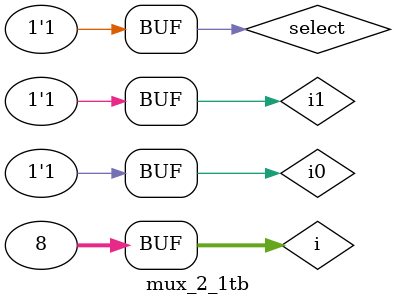
<source format=v>
module mux_2_1tb();
    reg select, i0, i1;
    wire y;
    integer i;

        mux_2_1 dut (.select(select),.i0(i0),.i1(i1),.y(y));

    initial begin
        $dumpfile("mux.vcd");
        $dumpvars(0, mux_2_1tb);
        select = 0; i0 = 0; i1 = 0; 
        
        for(i=0; i<8; i=i+1) begin
            {select, i0, i1} = i;
            #10;
        end
    end

    initial 
    begin
    $monitor ("Time=%4t | select = %b | i0 = %b | i1 = %b | y = %b", $time, select, i0, i1, y);
    end
endmodule
</source>
